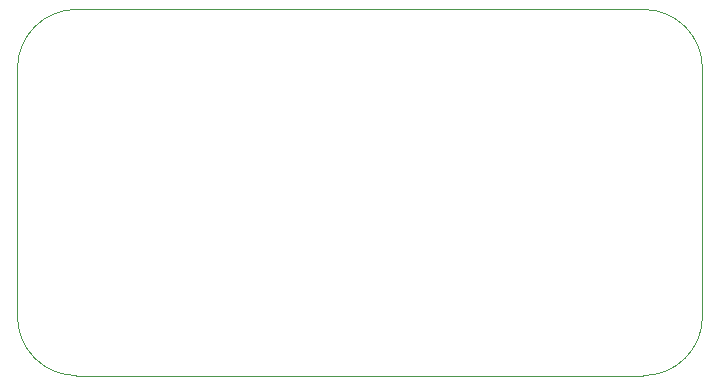
<source format=gm1>
G04 #@! TF.GenerationSoftware,KiCad,Pcbnew,8.0.2*
G04 #@! TF.CreationDate,2025-02-21T12:28:42+08:00*
G04 #@! TF.ProjectId,Indicators,496e6469-6361-4746-9f72-732e6b696361,rev?*
G04 #@! TF.SameCoordinates,Original*
G04 #@! TF.FileFunction,Profile,NP*
%FSLAX46Y46*%
G04 Gerber Fmt 4.6, Leading zero omitted, Abs format (unit mm)*
G04 Created by KiCad (PCBNEW 8.0.2) date 2025-02-21 12:28:42*
%MOMM*%
%LPD*%
G01*
G04 APERTURE LIST*
G04 #@! TA.AperFunction,Profile*
%ADD10C,0.050000*%
G04 #@! TD*
G04 APERTURE END LIST*
D10*
X119500000Y-107000000D02*
G75*
G02*
X114500000Y-112000000I-5000000J0D01*
G01*
X119500000Y-86000000D02*
X119500000Y-107000000D01*
X114500000Y-112000000D02*
X66500000Y-112000000D01*
X66500000Y-81000000D02*
X114500000Y-81000000D01*
X61500000Y-107000000D02*
X61500000Y-86000000D01*
X61500000Y-86000000D02*
G75*
G02*
X66500000Y-81000000I5000000J0D01*
G01*
X114500000Y-81000000D02*
G75*
G02*
X119500000Y-86000000I0J-5000000D01*
G01*
X66500000Y-112000000D02*
G75*
G02*
X61500000Y-107000000I0J5000000D01*
G01*
M02*

</source>
